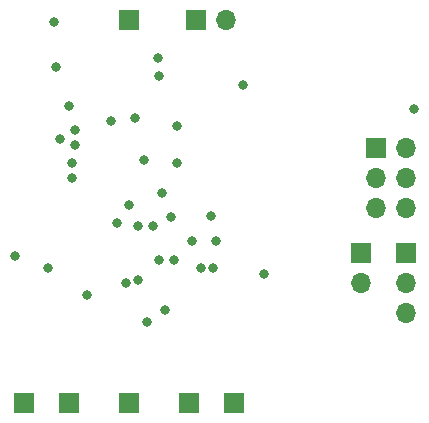
<source format=gbr>
%TF.GenerationSoftware,KiCad,Pcbnew,(5.1.9)-1*%
%TF.CreationDate,2021-06-03T20:59:13+02:00*%
%TF.ProjectId,HABakuk_v1.0,48414261-6b75-46b5-9f76-312e302e6b69,1.0*%
%TF.SameCoordinates,Original*%
%TF.FileFunction,Copper,L3,Inr*%
%TF.FilePolarity,Positive*%
%FSLAX46Y46*%
G04 Gerber Fmt 4.6, Leading zero omitted, Abs format (unit mm)*
G04 Created by KiCad (PCBNEW (5.1.9)-1) date 2021-06-03 20:59:13*
%MOMM*%
%LPD*%
G01*
G04 APERTURE LIST*
%TA.AperFunction,ComponentPad*%
%ADD10R,1.700000X1.700000*%
%TD*%
%TA.AperFunction,ComponentPad*%
%ADD11O,1.700000X1.700000*%
%TD*%
%TA.AperFunction,ViaPad*%
%ADD12C,0.800000*%
%TD*%
G04 APERTURE END LIST*
D10*
%TO.N,GND*%
%TO.C,J10*%
X129540000Y-119380000D03*
%TD*%
%TO.N,+3V3*%
%TO.C,J9*%
X133350000Y-119380000D03*
%TD*%
%TO.N,GND*%
%TO.C,J8*%
X115570000Y-119380000D03*
%TD*%
%TO.N,Net-(C1-Pad1)*%
%TO.C,J7*%
X119380000Y-119380000D03*
%TD*%
%TO.N,GND*%
%TO.C,J6*%
X124460000Y-119380000D03*
%TD*%
%TO.N,Net-(J5-Pad1)*%
%TO.C,J5*%
X124460000Y-86995000D03*
%TD*%
D11*
%TO.N,Net-(J4-Pad2)*%
%TO.C,J4*%
X132715000Y-86995000D03*
D10*
%TO.N,GND*%
X130175000Y-86995000D03*
%TD*%
D11*
%TO.N,Net-(C15-Pad2)*%
%TO.C,J3*%
X147955000Y-111760000D03*
%TO.N,TXD*%
X147955000Y-109220000D03*
D10*
%TO.N,RXD*%
X147955000Y-106680000D03*
%TD*%
D11*
%TO.N,SDA*%
%TO.C,J2*%
X144145000Y-109220000D03*
D10*
%TO.N,SCL*%
X144145000Y-106680000D03*
%TD*%
D11*
%TO.N,MISO*%
%TO.C,J1*%
X147955000Y-102870000D03*
%TO.N,+3V3*%
X145415000Y-102870000D03*
%TO.N,SCK*%
X147955000Y-100330000D03*
%TO.N,MOSI*%
X145415000Y-100330000D03*
%TO.N,DTR*%
X147955000Y-97790000D03*
D10*
%TO.N,GND*%
X145415000Y-97790000D03*
%TD*%
D12*
%TO.N,GND*%
X134112000Y-92456000D03*
%TO.N,Net-(C7-Pad1)*%
X125984000Y-112522000D03*
X135890000Y-108458000D03*
%TO.N,Net-(C14-Pad1)*%
X126955000Y-90215000D03*
%TO.N,DTR*%
X131821347Y-105659347D03*
X127000000Y-107315000D03*
%TO.N,+3V3*%
X127000000Y-91694000D03*
X148590000Y-94488000D03*
X114808000Y-106934000D03*
X124219403Y-109206597D03*
X131380002Y-103595000D03*
X127508000Y-111506000D03*
X128524000Y-99060000D03*
%TO.N,MISO*%
X122936000Y-95504000D03*
%TO.N,SCK*%
X125730000Y-98806000D03*
%TO.N,MOSI*%
X124968000Y-95250000D03*
%TO.N,SDA*%
X125222000Y-108966000D03*
X124464653Y-102611347D03*
X119634000Y-99060000D03*
%TO.N,SCL*%
X130556000Y-107950000D03*
X119634000Y-100330000D03*
X125222000Y-104394000D03*
%TO.N,TXD*%
X128270000Y-107250002D03*
%TO.N,RXD*%
X126492000Y-104394000D03*
%TO.N,CLK0*%
X118110000Y-87122000D03*
X118296656Y-90953712D03*
%TO.N,TIMEP*%
X129789347Y-105659347D03*
X118618000Y-97028000D03*
%TO.N,TEMP*%
X117602000Y-107950000D03*
X123444000Y-104140000D03*
%TO.N,CLK2*%
X128524000Y-95975000D03*
X119380000Y-94234000D03*
%TO.N,RXI*%
X128016000Y-103632000D03*
X119888000Y-97536000D03*
%TO.N,TXO*%
X127254000Y-101600000D03*
X119888000Y-96266000D03*
%TO.N,Net-(C1-Pad1)*%
X131568654Y-107962651D03*
X120904000Y-110236000D03*
%TD*%
M02*

</source>
